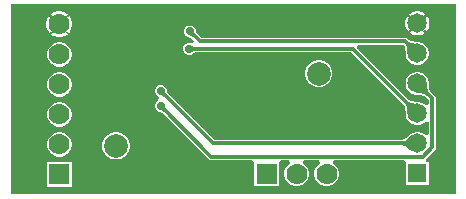
<source format=gbl>
G04*
G04 #@! TF.GenerationSoftware,Altium Limited,Altium Designer,24.5.2 (23)*
G04*
G04 Layer_Physical_Order=2*
G04 Layer_Color=16711680*
%FSLAX44Y44*%
%MOMM*%
G71*
G04*
G04 #@! TF.SameCoordinates,6E999837-6CE1-4E11-A229-54F0C95139BD*
G04*
G04*
G04 #@! TF.FilePolarity,Positive*
G04*
G01*
G75*
%ADD32C,0.3048*%
%ADD36R,1.7780X1.7780*%
%ADD37C,1.7780*%
%ADD38R,1.7780X1.7780*%
%ADD39C,1.6500*%
%ADD40R,1.6500X1.6500*%
%ADD41C,2.0000*%
%ADD42C,0.7000*%
G36*
X632410Y704009D02*
X256155D01*
X256156Y864690D01*
X632410D01*
Y704009D01*
D02*
G37*
%LPC*%
G36*
X601354Y858982D02*
X598646D01*
X596031Y858281D01*
X593687Y856928D01*
X593448Y856689D01*
X595084Y855053D01*
X593647Y853616D01*
X592011Y855252D01*
X591772Y855013D01*
X590419Y852669D01*
X589718Y850054D01*
Y847346D01*
X590419Y844731D01*
X591772Y842387D01*
X592011Y842148D01*
X593647Y843784D01*
X595084Y842347D01*
X593448Y840711D01*
X593687Y840472D01*
X596031Y839119D01*
X598646Y838418D01*
X601354D01*
X603969Y839119D01*
X606313Y840472D01*
X606552Y840711D01*
X604916Y842347D01*
X606353Y843784D01*
X607989Y842148D01*
X608228Y842387D01*
X609581Y844731D01*
X610282Y847346D01*
Y850054D01*
X609581Y852669D01*
X608228Y855013D01*
X607989Y855252D01*
X606353Y853616D01*
X604916Y855053D01*
X606552Y856689D01*
X606313Y856928D01*
X603969Y858281D01*
X601354Y858982D01*
D02*
G37*
G36*
X298438Y858772D02*
X295562D01*
X292784Y858028D01*
X290294Y856590D01*
X289995Y856292D01*
X291628Y854659D01*
X290191Y853222D01*
X288559Y854855D01*
X288260Y854556D01*
X286822Y852066D01*
X286078Y849288D01*
Y846412D01*
X286822Y843634D01*
X288260Y841144D01*
X288559Y840845D01*
X290191Y842478D01*
X291628Y841041D01*
X289995Y839409D01*
X290294Y839110D01*
X292784Y837672D01*
X295562Y836928D01*
X298438D01*
X301216Y837672D01*
X303706Y839110D01*
X304005Y839409D01*
X302372Y841041D01*
X303809Y842478D01*
X305441Y840845D01*
X305740Y841144D01*
X307178Y843634D01*
X307922Y846412D01*
Y849288D01*
X307178Y852066D01*
X305740Y854556D01*
X305441Y854855D01*
X303809Y853222D01*
X302372Y854659D01*
X304005Y856292D01*
X303706Y856590D01*
X301216Y858028D01*
X298438Y858772D01*
D02*
G37*
G36*
X408444Y846868D02*
X406445D01*
X404599Y846104D01*
X403186Y844690D01*
X402421Y842844D01*
Y840845D01*
X403186Y838998D01*
X404599Y837585D01*
X406445Y836820D01*
X407145D01*
X407413Y836696D01*
X407589Y836689D01*
X407687Y836675D01*
X407793Y836649D01*
X407912Y836608D01*
X408045Y836549D01*
X408193Y836468D01*
X408355Y836363D01*
X408530Y836233D01*
X408717Y836074D01*
X408944Y835858D01*
X409094Y835800D01*
X411414Y833481D01*
X409946Y831548D01*
X408100Y832313D01*
X406101D01*
X404254Y831548D01*
X402841Y830135D01*
X402076Y828289D01*
Y826290D01*
X402841Y824443D01*
X404254Y823030D01*
X406101Y822265D01*
X408100D01*
X409946Y823030D01*
X410440Y823524D01*
X410718Y823626D01*
X410848Y823746D01*
X410926Y823805D01*
X411020Y823862D01*
X411133Y823917D01*
X411269Y823969D01*
X411431Y824017D01*
X411619Y824057D01*
X411836Y824088D01*
X412080Y824108D01*
X412394Y824116D01*
X412540Y824182D01*
X543923D01*
X588400Y779705D01*
X588445Y779573D01*
X588777Y779191D01*
X589025Y778819D01*
X589260Y778360D01*
X589475Y777810D01*
X589666Y777167D01*
X589826Y776431D01*
X589949Y775624D01*
X590092Y773668D01*
X590101Y772568D01*
X590226Y772273D01*
Y771213D01*
X590892Y768727D01*
X592179Y766499D01*
X593999Y764679D01*
X596227Y763392D01*
X598713Y762726D01*
X601287D01*
X603773Y763392D01*
X606001Y764679D01*
X607130Y765808D01*
X609670Y764831D01*
Y754769D01*
X607130Y753792D01*
X606001Y754921D01*
X603773Y756208D01*
X601287Y756874D01*
X598713D01*
X596227Y756208D01*
X593999Y754921D01*
X593260Y754183D01*
X592976Y754074D01*
X591396Y752582D01*
X590700Y752009D01*
X590027Y751514D01*
X589393Y751108D01*
X588804Y750788D01*
X588262Y750551D01*
X587771Y750393D01*
X587333Y750305D01*
X586828Y750270D01*
X586703Y750208D01*
X428330D01*
X388749Y789789D01*
X388692Y789939D01*
X388476Y790166D01*
X388317Y790353D01*
X388186Y790528D01*
X388081Y790690D01*
X388000Y790837D01*
X387941Y790970D01*
X387900Y791089D01*
X387874Y791196D01*
X387860Y791294D01*
X387853Y791470D01*
X387729Y791738D01*
Y792437D01*
X386964Y794284D01*
X385551Y795697D01*
X383704Y796462D01*
X381706D01*
X379859Y795697D01*
X378446Y794284D01*
X377681Y792437D01*
Y790439D01*
X378446Y788592D01*
X379859Y787179D01*
X381203Y786622D01*
X381558Y785636D01*
X380624Y783264D01*
X379859Y782947D01*
X378446Y781534D01*
X377681Y779687D01*
Y777689D01*
X378446Y775842D01*
X379859Y774429D01*
X381706Y773664D01*
X382405D01*
X382673Y773540D01*
X382849Y773533D01*
X382947Y773519D01*
X383054Y773493D01*
X383173Y773452D01*
X383306Y773392D01*
X383453Y773312D01*
X383615Y773207D01*
X383790Y773076D01*
X383977Y772917D01*
X384204Y772701D01*
X384354Y772644D01*
X423394Y733605D01*
X424402Y732931D01*
X425591Y732694D01*
X459952D01*
X462086Y731714D01*
X462086Y730154D01*
Y710886D01*
X482914D01*
Y730154D01*
X482914Y731714D01*
X485048Y732694D01*
X491727D01*
X492408Y730154D01*
X491506Y729633D01*
X489567Y727694D01*
X488196Y725320D01*
X487486Y722671D01*
Y719929D01*
X488196Y717280D01*
X489567Y714906D01*
X491506Y712967D01*
X493880Y711596D01*
X496529Y710886D01*
X499271D01*
X501920Y711596D01*
X504294Y712967D01*
X506233Y714906D01*
X507604Y717280D01*
X508314Y719929D01*
Y722671D01*
X507604Y725320D01*
X506233Y727694D01*
X504294Y729633D01*
X503392Y730154D01*
X504072Y732694D01*
X517127D01*
X517808Y730154D01*
X516906Y729633D01*
X514967Y727694D01*
X513596Y725320D01*
X512886Y722671D01*
Y719929D01*
X513596Y717280D01*
X514967Y714906D01*
X516906Y712967D01*
X519280Y711596D01*
X521929Y710886D01*
X524671D01*
X527320Y711596D01*
X529694Y712967D01*
X531633Y714906D01*
X533004Y717280D01*
X533714Y719929D01*
Y722671D01*
X533004Y725320D01*
X531633Y727694D01*
X529694Y729633D01*
X528792Y730154D01*
X529473Y732694D01*
X588191D01*
X590226Y731474D01*
X590226Y730154D01*
Y711926D01*
X609774D01*
Y731474D01*
X608261D01*
X607652Y732411D01*
X607287Y734014D01*
X614976Y741703D01*
X615649Y742711D01*
X615886Y743900D01*
Y785122D01*
X615649Y786311D01*
X614976Y787319D01*
X611600Y790695D01*
X611555Y790827D01*
X611223Y791209D01*
X610975Y791581D01*
X610740Y792040D01*
X610525Y792590D01*
X610334Y793233D01*
X610174Y793969D01*
X610051Y794775D01*
X609908Y796732D01*
X609899Y797832D01*
X609774Y798127D01*
Y799187D01*
X609108Y801673D01*
X607821Y803901D01*
X606001Y805721D01*
X603773Y807008D01*
X601287Y807674D01*
X598713D01*
X596227Y807008D01*
X593999Y805721D01*
X592179Y803901D01*
X590892Y801673D01*
X590226Y799187D01*
Y796613D01*
X590892Y794127D01*
X592179Y791899D01*
X593999Y790079D01*
X596227Y788792D01*
X598713Y788126D01*
X599758D01*
X600036Y788001D01*
X602207Y787940D01*
X603105Y787852D01*
X603931Y787726D01*
X604667Y787566D01*
X605309Y787375D01*
X605860Y787160D01*
X606319Y786925D01*
X606691Y786677D01*
X607073Y786345D01*
X607205Y786300D01*
X609670Y783835D01*
Y780169D01*
X607130Y779192D01*
X606001Y780321D01*
X603773Y781608D01*
X601287Y782274D01*
X600242D01*
X599964Y782399D01*
X597793Y782460D01*
X596895Y782548D01*
X596069Y782674D01*
X595333Y782834D01*
X594691Y783025D01*
X594140Y783240D01*
X593681Y783475D01*
X593309Y783723D01*
X592927Y784055D01*
X592795Y784100D01*
X549062Y827833D01*
X550114Y830373D01*
X588444D01*
X588445Y830373D01*
X588777Y829991D01*
X589025Y829619D01*
X589260Y829160D01*
X589475Y828609D01*
X589666Y827967D01*
X589826Y827231D01*
X589949Y826425D01*
X590092Y824468D01*
X590101Y823368D01*
X590226Y823074D01*
Y822013D01*
X590892Y819527D01*
X592179Y817299D01*
X593999Y815479D01*
X596227Y814192D01*
X598713Y813526D01*
X601287D01*
X603773Y814192D01*
X606001Y815479D01*
X607821Y817299D01*
X609108Y819527D01*
X609774Y822013D01*
Y824587D01*
X609108Y827073D01*
X607821Y829301D01*
X606001Y831121D01*
X603773Y832408D01*
X601287Y833074D01*
X600242D01*
X599964Y833198D01*
X597793Y833260D01*
X596895Y833348D01*
X596069Y833474D01*
X595333Y833634D01*
X594691Y833825D01*
X594140Y834040D01*
X593681Y834275D01*
X593309Y834523D01*
X592927Y834856D01*
X592795Y834900D01*
X592016Y835678D01*
X591008Y836352D01*
X589819Y836589D01*
X417095D01*
X413489Y840195D01*
X413431Y840345D01*
X413215Y840573D01*
X413057Y840759D01*
X412926Y840934D01*
X412821Y841096D01*
X412740Y841244D01*
X412681Y841377D01*
X412640Y841496D01*
X412614Y841602D01*
X412600Y841700D01*
X412593Y841877D01*
X412469Y842144D01*
Y842844D01*
X411704Y844690D01*
X410291Y846104D01*
X408444Y846868D01*
D02*
G37*
G36*
X298371Y832864D02*
X295629D01*
X292980Y832154D01*
X290606Y830783D01*
X288667Y828844D01*
X287296Y826470D01*
X286586Y823821D01*
Y821079D01*
X287296Y818430D01*
X288667Y816056D01*
X290606Y814117D01*
X292980Y812746D01*
X295629Y812036D01*
X298371D01*
X301020Y812746D01*
X303394Y814117D01*
X305333Y816056D01*
X306704Y818430D01*
X307414Y821079D01*
Y823821D01*
X306704Y826470D01*
X305333Y828844D01*
X303394Y830783D01*
X301020Y832154D01*
X298371Y832864D01*
D02*
G37*
G36*
X518153Y817720D02*
X515119D01*
X512188Y816935D01*
X509560Y815417D01*
X507415Y813272D01*
X505897Y810644D01*
X505112Y807713D01*
Y804679D01*
X505897Y801748D01*
X507415Y799120D01*
X509560Y796974D01*
X512188Y795457D01*
X515119Y794672D01*
X518153D01*
X521084Y795457D01*
X523712Y796974D01*
X525858Y799120D01*
X527375Y801748D01*
X528160Y804679D01*
Y807713D01*
X527375Y810644D01*
X525858Y813272D01*
X523712Y815417D01*
X521084Y816935D01*
X518153Y817720D01*
D02*
G37*
G36*
X298371Y807464D02*
X295629D01*
X292980Y806754D01*
X290606Y805383D01*
X288667Y803444D01*
X287296Y801070D01*
X286586Y798421D01*
Y795679D01*
X287296Y793030D01*
X288667Y790656D01*
X290606Y788717D01*
X292980Y787346D01*
X295629Y786636D01*
X298371D01*
X301020Y787346D01*
X303394Y788717D01*
X305333Y790656D01*
X306704Y793030D01*
X307414Y795679D01*
Y798421D01*
X306704Y801070D01*
X305333Y803444D01*
X303394Y805383D01*
X301020Y806754D01*
X298371Y807464D01*
D02*
G37*
G36*
Y782064D02*
X295629D01*
X292980Y781354D01*
X290606Y779983D01*
X288667Y778044D01*
X287296Y775670D01*
X286586Y773021D01*
Y770279D01*
X287296Y767630D01*
X288667Y765256D01*
X290606Y763317D01*
X292980Y761946D01*
X295629Y761236D01*
X298371D01*
X301020Y761946D01*
X303394Y763317D01*
X305333Y765256D01*
X306704Y767630D01*
X307414Y770279D01*
Y773021D01*
X306704Y775670D01*
X305333Y778044D01*
X303394Y779983D01*
X301020Y781354D01*
X298371Y782064D01*
D02*
G37*
G36*
Y756664D02*
X295629D01*
X292980Y755954D01*
X290606Y754583D01*
X288667Y752644D01*
X287296Y750270D01*
X286586Y747621D01*
Y744879D01*
X287296Y742230D01*
X288667Y739856D01*
X290606Y737917D01*
X292980Y736546D01*
X295629Y735836D01*
X298371D01*
X301020Y736546D01*
X303394Y737917D01*
X305333Y739856D01*
X306704Y742230D01*
X307414Y744879D01*
Y747621D01*
X306704Y750270D01*
X305333Y752644D01*
X303394Y754583D01*
X301020Y755954D01*
X298371Y756664D01*
D02*
G37*
G36*
X346517Y756524D02*
X343483D01*
X340552Y755739D01*
X337924Y754221D01*
X335779Y752076D01*
X334261Y749448D01*
X333476Y746517D01*
Y743483D01*
X334261Y740552D01*
X335779Y737924D01*
X337924Y735779D01*
X340552Y734261D01*
X343483Y733476D01*
X346517D01*
X349448Y734261D01*
X352076Y735779D01*
X354221Y737924D01*
X355739Y740552D01*
X356524Y743483D01*
Y746517D01*
X355739Y749448D01*
X354221Y752076D01*
X352076Y754221D01*
X349448Y755739D01*
X346517Y756524D01*
D02*
G37*
G36*
X307414Y731264D02*
X286586D01*
Y710436D01*
X307414D01*
Y731264D01*
D02*
G37*
%LPD*%
G36*
X410955Y841550D02*
X410992Y841290D01*
X411055Y841031D01*
X411145Y840771D01*
X411261Y840511D01*
X411403Y840251D01*
X411572Y839991D01*
X411767Y839730D01*
X411988Y839470D01*
X412235Y839209D01*
X410080Y837054D01*
X409819Y837301D01*
X409559Y837523D01*
X409298Y837718D01*
X409038Y837886D01*
X408778Y838028D01*
X408518Y838144D01*
X408258Y838234D01*
X407999Y838297D01*
X407739Y838334D01*
X407480Y838344D01*
X410945Y841809D01*
X410955Y841550D01*
D02*
G37*
G36*
X409791Y829563D02*
X410000Y829406D01*
X410229Y829267D01*
X410476Y829147D01*
X410742Y829045D01*
X411026Y828961D01*
X411329Y828897D01*
X411651Y828850D01*
X411992Y828822D01*
X412351Y828813D01*
Y825765D01*
X411992Y825756D01*
X411651Y825728D01*
X411329Y825682D01*
X411026Y825617D01*
X410742Y825534D01*
X410476Y825432D01*
X410229Y825312D01*
X410000Y825173D01*
X409791Y825015D01*
X409600Y824839D01*
Y829739D01*
X409791Y829563D01*
D02*
G37*
G36*
X592307Y833209D02*
X592846Y832850D01*
X593462Y832535D01*
X594154Y832263D01*
X594923Y832035D01*
X595769Y831851D01*
X596691Y831710D01*
X597690Y831613D01*
X599917Y831550D01*
X591750Y823382D01*
X591740Y824535D01*
X591590Y826609D01*
X591449Y827531D01*
X591265Y828377D01*
X591037Y829146D01*
X590765Y829838D01*
X590450Y830454D01*
X590091Y830993D01*
X589689Y831456D01*
X591844Y833611D01*
X592307Y833209D01*
D02*
G37*
G36*
X608260Y796665D02*
X608410Y794591D01*
X608551Y793669D01*
X608735Y792823D01*
X608963Y792054D01*
X609235Y791362D01*
X609550Y790746D01*
X609909Y790207D01*
X610311Y789744D01*
X608156Y787589D01*
X607693Y787991D01*
X607154Y788350D01*
X606538Y788665D01*
X605846Y788937D01*
X605077Y789165D01*
X604231Y789349D01*
X603309Y789490D01*
X602310Y789587D01*
X600083Y789650D01*
X608250Y797818D01*
X608260Y796665D01*
D02*
G37*
G36*
X386216Y791143D02*
X386252Y790884D01*
X386316Y790624D01*
X386405Y790365D01*
X386521Y790105D01*
X386663Y789844D01*
X386832Y789584D01*
X387027Y789324D01*
X387248Y789063D01*
X387496Y788803D01*
X385340Y786647D01*
X385080Y786895D01*
X384819Y787116D01*
X384559Y787311D01*
X384299Y787480D01*
X384039Y787622D01*
X383778Y787738D01*
X383519Y787827D01*
X383259Y787891D01*
X382999Y787927D01*
X382740Y787938D01*
X386205Y791403D01*
X386216Y791143D01*
D02*
G37*
G36*
Y778393D02*
X386252Y778134D01*
X386316Y777874D01*
X386405Y777615D01*
X386521Y777355D01*
X386663Y777094D01*
X386832Y776834D01*
X387027Y776574D01*
X387248Y776313D01*
X387496Y776053D01*
X385340Y773897D01*
X385080Y774145D01*
X384819Y774366D01*
X384559Y774561D01*
X384299Y774730D01*
X384039Y774872D01*
X383778Y774988D01*
X383519Y775077D01*
X383259Y775141D01*
X382999Y775178D01*
X382740Y775188D01*
X386205Y778653D01*
X386216Y778393D01*
D02*
G37*
G36*
X592307Y782409D02*
X592846Y782050D01*
X593462Y781735D01*
X594154Y781463D01*
X594923Y781235D01*
X595769Y781051D01*
X596691Y780910D01*
X597690Y780813D01*
X599917Y780750D01*
X591750Y772582D01*
X591740Y773735D01*
X591590Y775809D01*
X591449Y776731D01*
X591265Y777577D01*
X591037Y778346D01*
X590765Y779038D01*
X590450Y779654D01*
X590091Y780193D01*
X589689Y780656D01*
X591844Y782811D01*
X592307Y782409D01*
D02*
G37*
G36*
X594108Y741325D02*
X593287Y742133D01*
X591713Y743493D01*
X590962Y744046D01*
X590233Y744513D01*
X589528Y744896D01*
X588847Y745193D01*
X588189Y745406D01*
X587554Y745534D01*
X586942Y745576D01*
Y748624D01*
X587554Y748667D01*
X588189Y748794D01*
X588847Y749007D01*
X589528Y749304D01*
X590233Y749687D01*
X590962Y750154D01*
X591713Y750707D01*
X592488Y751345D01*
X594108Y752875D01*
Y741325D01*
D02*
G37*
D32*
X545211Y827289D02*
X600000Y772500D01*
X407100Y827289D02*
X545211D01*
X415808Y833481D02*
X589819D01*
X407445Y841844D02*
X415808Y833481D01*
X589819D02*
X600000Y823300D01*
X425591Y735802D02*
X604680D01*
X612778Y743900D02*
Y785122D01*
X382705Y778688D02*
X425591Y735802D01*
X604680D02*
X612778Y743900D01*
X600000Y797900D02*
X612778Y785122D01*
X382705Y791438D02*
X427043Y747100D01*
X600000D01*
D36*
X472500Y721300D02*
D03*
D37*
X523300D02*
D03*
X497900D02*
D03*
X297000Y797050D02*
D03*
Y771650D02*
D03*
Y746250D02*
D03*
Y822450D02*
D03*
Y847850D02*
D03*
D38*
Y720850D02*
D03*
D39*
X600000Y848700D02*
D03*
Y823300D02*
D03*
Y797900D02*
D03*
Y772500D02*
D03*
Y747100D02*
D03*
D40*
Y721700D02*
D03*
D41*
X516636Y806196D02*
D03*
X345000Y745000D02*
D03*
D42*
X442722Y846328D02*
D03*
X407100Y827289D02*
D03*
X517500Y775000D02*
D03*
X382455Y765938D02*
D03*
X382705Y778688D02*
D03*
Y791438D02*
D03*
X407445Y841844D02*
D03*
X395000Y732500D02*
D03*
M02*

</source>
